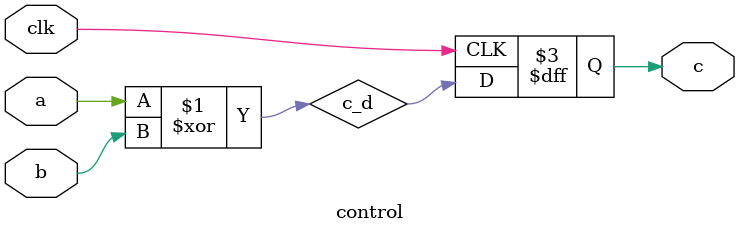
<source format=v>
module control (input a, input b, input clk, output c);
    wire c_d;
    assign c_d = a ^ b;
    always @(posedge clk) begin
        c <= c_d;
    end
endmodule

</source>
